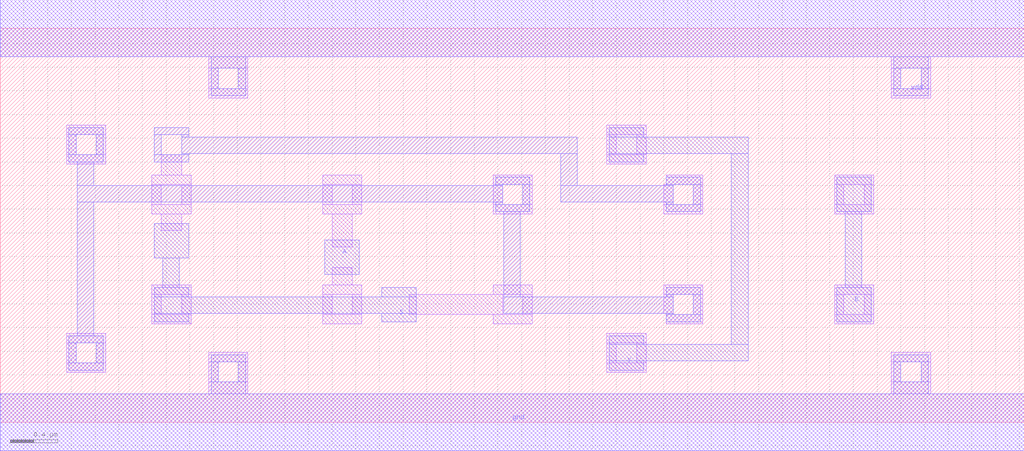
<source format=lef>
VERSION 5.7 ;
  NOWIREEXTENSIONATPIN ON ;
  DIVIDERCHAR "/" ;
  BUSBITCHARS "[]" ;
MACRO MUX2X1
  CLASS CORE ;
  FOREIGN MUX2X1 ;
  ORIGIN 0.000 0.000 ;
  SIZE 8.640 BY 3.330 ;
  SYMMETRY X Y R90 ;
  SITE unit ;
  PIN vdd
    DIRECTION INOUT ;
    USE POWER ;
    SHAPE ABUTMENT ;
    PORT
      LAYER met1 ;
        RECT 0.000 3.090 8.640 3.570 ;
        RECT 1.780 2.990 2.070 3.090 ;
        RECT 1.780 2.820 1.840 2.990 ;
        RECT 2.010 2.820 2.070 2.990 ;
        RECT 1.780 2.760 2.070 2.820 ;
        RECT 7.540 2.990 7.830 3.090 ;
        RECT 7.540 2.820 7.600 2.990 ;
        RECT 7.770 2.820 7.830 2.990 ;
        RECT 7.540 2.760 7.830 2.820 ;
    END
    PORT
      LAYER li1 ;
        RECT 0.000 3.090 8.640 3.570 ;
        RECT 1.760 2.990 2.090 3.090 ;
        RECT 1.760 2.820 1.840 2.990 ;
        RECT 2.010 2.820 2.090 2.990 ;
        RECT 1.760 2.740 2.090 2.820 ;
        RECT 7.520 2.990 7.850 3.090 ;
        RECT 7.520 2.820 7.600 2.990 ;
        RECT 7.770 2.820 7.850 2.990 ;
        RECT 7.520 2.740 7.850 2.820 ;
    END
  END vdd
  PIN gnd
    DIRECTION INOUT ;
    USE GROUND ;
    SHAPE ABUTMENT ;
    PORT
      LAYER met1 ;
        RECT 1.780 0.510 2.070 0.570 ;
        RECT 1.780 0.340 1.840 0.510 ;
        RECT 2.010 0.340 2.070 0.510 ;
        RECT 1.780 0.240 2.070 0.340 ;
        RECT 7.540 0.510 7.830 0.570 ;
        RECT 7.540 0.340 7.600 0.510 ;
        RECT 7.770 0.340 7.830 0.510 ;
        RECT 7.540 0.240 7.830 0.340 ;
        RECT 0.000 -0.240 8.640 0.240 ;
    END
    PORT
      LAYER li1 ;
        RECT 1.760 0.510 2.090 0.590 ;
        RECT 1.760 0.340 1.840 0.510 ;
        RECT 2.010 0.340 2.090 0.510 ;
        RECT 1.760 0.240 2.090 0.340 ;
        RECT 7.520 0.510 7.850 0.590 ;
        RECT 7.520 0.340 7.600 0.510 ;
        RECT 7.770 0.340 7.850 0.510 ;
        RECT 7.520 0.240 7.850 0.340 ;
        RECT 0.000 -0.240 8.640 0.240 ;
    END
  END gnd
  PIN Y
    DIRECTION INOUT ;
    USE SIGNAL ;
    SHAPE ABUTMENT ;
    PORT
      LAYER met1 ;
        RECT 5.140 2.410 5.430 2.490 ;
        RECT 5.140 2.270 6.310 2.410 ;
        RECT 5.140 2.200 5.430 2.270 ;
        RECT 5.140 0.660 5.430 0.730 ;
        RECT 6.170 0.660 6.310 2.270 ;
        RECT 5.140 0.520 6.310 0.660 ;
        RECT 5.140 0.440 5.430 0.520 ;
    END
  END Y
  PIN B
    DIRECTION INOUT ;
    USE SIGNAL ;
    SHAPE ABUTMENT ;
    PORT
      LAYER met1 ;
        RECT 7.060 1.780 7.350 2.070 ;
        RECT 7.130 1.140 7.270 1.780 ;
        RECT 7.060 0.850 7.350 1.140 ;
    END
  END B
  PIN S
    DIRECTION INOUT ;
    USE SIGNAL ;
    SHAPE ABUTMENT ;
    PORT
      LAYER met1 ;
        RECT 1.300 1.390 1.590 1.680 ;
        RECT 1.370 1.140 1.510 1.390 ;
        RECT 1.300 1.060 1.590 1.140 ;
        RECT 3.220 1.060 3.510 1.140 ;
        RECT 1.300 0.920 3.510 1.060 ;
        RECT 1.300 0.850 1.590 0.920 ;
        RECT 3.220 0.850 3.510 0.920 ;
    END
  END S
  PIN A
    DIRECTION INOUT ;
    USE SIGNAL ;
    SHAPE ABUTMENT ;
    PORT
      LAYER met1 ;
        RECT 2.740 1.250 3.030 1.540 ;
    END
  END A
  OBS
      LAYER li1 ;
        RECT 0.560 2.430 0.890 2.510 ;
        RECT 0.560 2.260 0.640 2.430 ;
        RECT 0.810 2.260 0.890 2.430 ;
        RECT 5.120 2.430 5.450 2.510 ;
        RECT 5.120 2.260 5.200 2.430 ;
        RECT 5.370 2.260 5.450 2.430 ;
        RECT 0.560 2.180 0.890 2.260 ;
        RECT 1.360 2.090 1.530 2.260 ;
        RECT 5.120 2.180 5.450 2.260 ;
        RECT 1.280 2.010 1.610 2.090 ;
        RECT 1.280 1.840 1.360 2.010 ;
        RECT 1.530 1.840 1.610 2.010 ;
        RECT 1.280 1.760 1.610 1.840 ;
        RECT 2.720 2.010 3.050 2.090 ;
        RECT 2.720 1.840 2.800 2.010 ;
        RECT 2.970 1.840 3.050 2.010 ;
        RECT 2.720 1.760 3.050 1.840 ;
        RECT 4.160 2.010 4.490 2.090 ;
        RECT 5.620 2.010 5.930 2.090 ;
        RECT 4.160 1.840 4.240 2.010 ;
        RECT 4.410 1.840 4.490 2.010 ;
        RECT 4.160 1.760 4.490 1.840 ;
        RECT 5.600 1.840 5.680 2.010 ;
        RECT 5.850 1.840 5.930 2.010 ;
        RECT 5.600 1.760 5.930 1.840 ;
        RECT 7.040 2.010 7.370 2.090 ;
        RECT 7.040 1.840 7.120 2.010 ;
        RECT 7.290 1.840 7.370 2.010 ;
        RECT 7.040 1.760 7.370 1.840 ;
        RECT 1.360 1.620 1.530 1.760 ;
        RECT 2.800 1.480 2.970 1.760 ;
        RECT 2.800 1.160 2.970 1.310 ;
        RECT 1.280 1.080 1.610 1.160 ;
        RECT 1.280 0.910 1.360 1.080 ;
        RECT 1.530 0.910 1.610 1.080 ;
        RECT 1.280 0.830 1.610 0.910 ;
        RECT 2.720 1.080 3.050 1.160 ;
        RECT 4.160 1.080 4.490 1.160 ;
        RECT 2.720 0.910 2.800 1.080 ;
        RECT 2.970 0.910 3.050 1.080 ;
        RECT 3.450 0.910 4.240 1.080 ;
        RECT 4.410 0.910 4.490 1.080 ;
        RECT 5.600 1.080 5.930 1.160 ;
        RECT 5.600 0.920 5.680 1.080 ;
        RECT 2.720 0.830 3.050 0.910 ;
        RECT 4.160 0.830 4.490 0.910 ;
        RECT 5.620 0.910 5.680 0.920 ;
        RECT 5.850 0.910 5.930 1.080 ;
        RECT 5.620 0.830 5.930 0.910 ;
        RECT 7.040 1.080 7.370 1.160 ;
        RECT 7.040 0.910 7.120 1.080 ;
        RECT 7.290 0.910 7.370 1.080 ;
        RECT 7.040 0.830 7.370 0.910 ;
        RECT 0.560 0.670 0.890 0.750 ;
        RECT 0.560 0.500 0.640 0.670 ;
        RECT 0.810 0.500 0.890 0.670 ;
        RECT 0.560 0.420 0.890 0.500 ;
        RECT 5.120 0.670 5.450 0.750 ;
        RECT 5.120 0.500 5.200 0.670 ;
        RECT 5.370 0.500 5.450 0.670 ;
        RECT 5.120 0.420 5.450 0.500 ;
      LAYER met1 ;
        RECT 0.580 2.430 0.870 2.490 ;
        RECT 0.580 2.260 0.640 2.430 ;
        RECT 0.810 2.260 0.870 2.430 ;
        RECT 0.580 2.200 0.870 2.260 ;
        RECT 1.300 2.430 1.590 2.490 ;
        RECT 1.300 2.260 1.360 2.430 ;
        RECT 1.530 2.410 1.590 2.430 ;
        RECT 1.530 2.270 4.870 2.410 ;
        RECT 1.530 2.260 1.590 2.270 ;
        RECT 1.300 2.200 1.590 2.260 ;
        RECT 0.650 2.000 0.790 2.200 ;
        RECT 4.180 2.010 4.470 2.070 ;
        RECT 4.180 2.000 4.240 2.010 ;
        RECT 0.650 1.860 4.240 2.000 ;
        RECT 0.650 0.730 0.790 1.860 ;
        RECT 4.180 1.840 4.240 1.860 ;
        RECT 4.410 1.840 4.470 2.010 ;
        RECT 4.730 2.000 4.870 2.270 ;
        RECT 5.620 2.010 5.910 2.070 ;
        RECT 5.620 2.000 5.680 2.010 ;
        RECT 4.730 1.860 5.680 2.000 ;
        RECT 4.180 1.780 4.470 1.840 ;
        RECT 5.620 1.840 5.680 1.860 ;
        RECT 5.850 1.840 5.910 2.010 ;
        RECT 5.620 1.780 5.910 1.840 ;
        RECT 4.250 1.060 4.390 1.780 ;
        RECT 5.620 1.080 5.910 1.140 ;
        RECT 5.620 1.060 5.680 1.080 ;
        RECT 4.250 0.920 5.680 1.060 ;
        RECT 5.620 0.910 5.680 0.920 ;
        RECT 5.850 0.910 5.910 1.080 ;
        RECT 5.620 0.850 5.910 0.910 ;
        RECT 0.580 0.670 0.870 0.730 ;
        RECT 0.580 0.500 0.640 0.670 ;
        RECT 0.810 0.500 0.870 0.670 ;
        RECT 0.580 0.440 0.870 0.500 ;
  END
END MUX2X1
END LIBRARY


</source>
